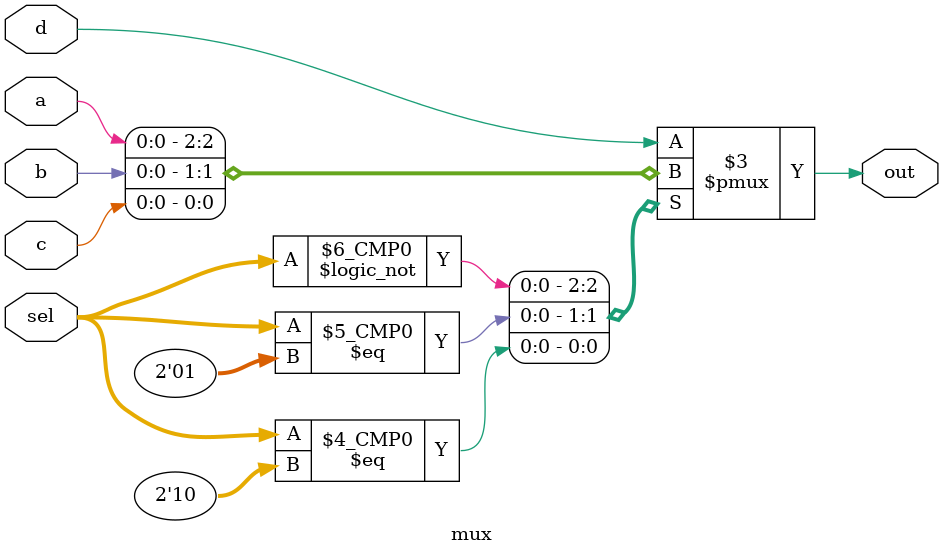
<source format=v>
module mux(a,b,c,d, sel, out);

    input a,b,c,d;
    input[1:0] sel;
    output reg out;

    always @(a,b,c,d,sel)
        case(sel)
            0: out <= a;
            1: out <= b;
            2: out <= c;
            default: out <= d;
        endcase

endmodule
</source>
